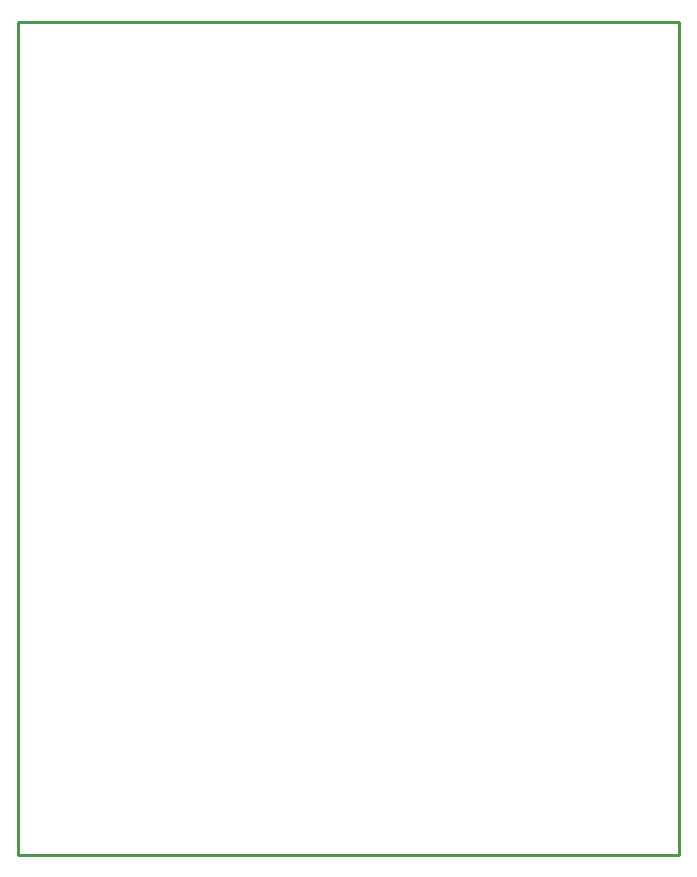
<source format=gko>
%FSLAX23Y23*%
%MOIN*%
G70*
G01*
G75*
G04 Layer_Color=16711935*
G04:AMPARAMS|DCode=10|XSize=51mil|YSize=118mil|CornerRadius=0mil|HoleSize=0mil|Usage=FLASHONLY|Rotation=180.000|XOffset=0mil|YOffset=0mil|HoleType=Round|Shape=Octagon|*
%AMOCTAGOND10*
4,1,8,0.013,-0.059,-0.013,-0.059,-0.026,-0.046,-0.026,0.046,-0.013,0.059,0.013,0.059,0.026,0.046,0.026,-0.046,0.013,-0.059,0.0*
%
%ADD10OCTAGOND10*%

%ADD11R,0.051X0.118*%
%ADD12R,0.051X0.073*%
%ADD13C,0.039*%
%ADD14C,0.118*%
%ADD15C,0.030*%
%ADD16C,0.020*%
%ADD17C,0.060*%
%ADD18C,0.071*%
%ADD19R,0.071X0.071*%
%ADD20C,0.091*%
G04:AMPARAMS|DCode=21|XSize=98mil|YSize=118mil|CornerRadius=0mil|HoleSize=0mil|Usage=FLASHONLY|Rotation=180.000|XOffset=0mil|YOffset=0mil|HoleType=Round|Shape=Octagon|*
%AMOCTAGOND21*
4,1,8,0.025,-0.059,-0.025,-0.059,-0.049,-0.034,-0.049,0.034,-0.025,0.059,0.025,0.059,0.049,0.034,0.049,-0.034,0.025,-0.059,0.0*
%
%ADD21OCTAGOND21*%

%ADD22O,0.098X0.118*%
%ADD23C,0.074*%
%ADD24C,0.050*%
%ADD25C,0.028*%
%ADD26C,0.031*%
%ADD27R,0.055X0.043*%
%ADD28R,0.043X0.055*%
%ADD29R,0.177X0.118*%
%ADD30R,0.026X0.047*%
%ADD31R,0.047X0.026*%
%ADD32C,0.010*%
%ADD33C,0.059*%
%ADD34C,0.008*%
%ADD35C,0.006*%
%ADD36C,0.012*%
%ADD37C,0.020*%
%ADD38C,0.010*%
%ADD39C,0.008*%
%ADD40C,0.006*%
G04:AMPARAMS|DCode=41|XSize=59mil|YSize=126mil|CornerRadius=0mil|HoleSize=0mil|Usage=FLASHONLY|Rotation=180.000|XOffset=0mil|YOffset=0mil|HoleType=Round|Shape=Octagon|*
%AMOCTAGOND41*
4,1,8,0.015,-0.063,-0.015,-0.063,-0.030,-0.048,-0.030,0.048,-0.015,0.063,0.015,0.063,0.030,0.048,0.030,-0.048,0.015,-0.063,0.0*
%
%ADD41OCTAGOND41*%

%ADD42R,0.059X0.126*%
%ADD43R,0.059X0.081*%
%ADD44C,0.068*%
%ADD45C,0.079*%
%ADD46R,0.079X0.079*%
%ADD47C,0.099*%
G04:AMPARAMS|DCode=48|XSize=106mil|YSize=126mil|CornerRadius=0mil|HoleSize=0mil|Usage=FLASHONLY|Rotation=180.000|XOffset=0mil|YOffset=0mil|HoleType=Round|Shape=Octagon|*
%AMOCTAGOND48*
4,1,8,0.027,-0.063,-0.027,-0.063,-0.053,-0.036,-0.053,0.036,-0.027,0.063,0.027,0.063,0.053,0.036,0.053,-0.036,0.027,-0.063,0.0*
%
%ADD48OCTAGOND48*%

%ADD49O,0.106X0.126*%
%ADD50C,0.082*%
%ADD51C,0.058*%
%ADD52C,0.036*%
%ADD53C,0.039*%
%ADD54R,0.063X0.051*%
%ADD55R,0.051X0.063*%
%ADD56R,0.185X0.126*%
%ADD57R,0.034X0.055*%
%ADD58R,0.055X0.034*%
%ADD59C,0.006*%
%ADD60C,0.004*%
%ADD61R,0.028X0.038*%
%ADD62R,0.750X0.200*%
D32*
X-1102Y0D02*
X1102D01*
X-1102D02*
Y2776D01*
X1102Y0D02*
Y2776D01*
X-1102D02*
X1102D01*
M02*

</source>
